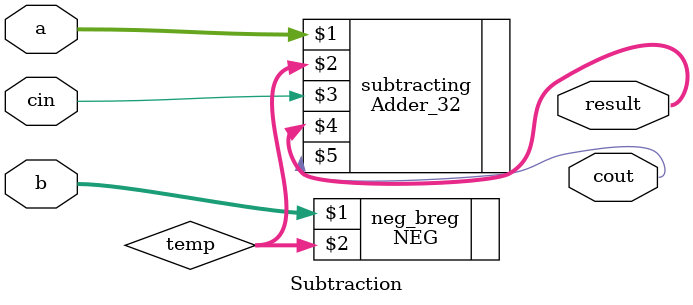
<source format=v>
module Subtraction (input [31:0] a, b, input cin, output [31:0] result, output cout);
	//negate the second value and add them
	wire [31:0] temp;
	NEG neg_breg (b, temp);
	Adder_32 subtracting (a, temp, cin, result, cout);
	
endmodule

</source>
